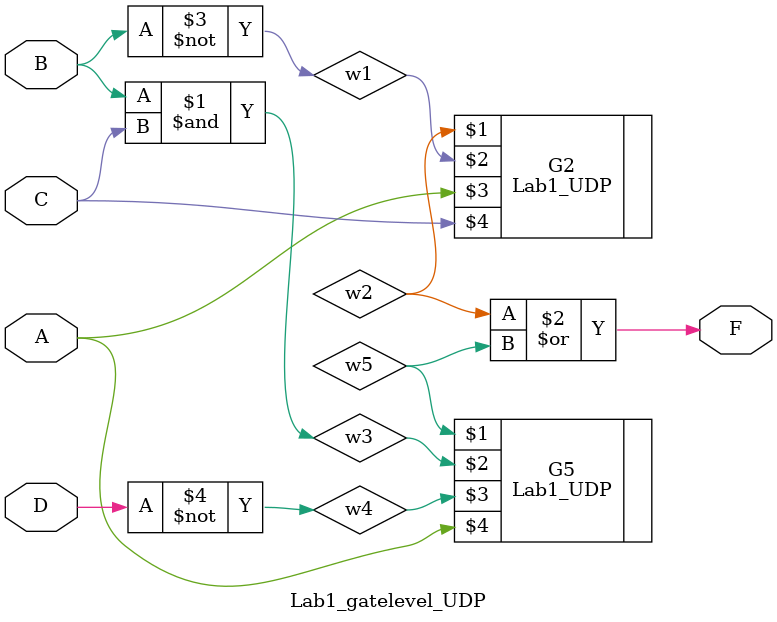
<source format=v>
module Lab1_gatelevel_UDP(F, A, B, C, D);
    output  F;
    input   A, B, C, D;
    wire    w1, w2, w3, w4, w5;

    not         G1(w1, B);
    Lab1_UDP    G2(w2, w1, A, C);
    and         G3(w3, B, C);
    not         G4(w4, D);
    Lab1_UDP    G5(w5, w3, w4, A);
    or          G6(F, w2, w5);
endmodule
</source>
